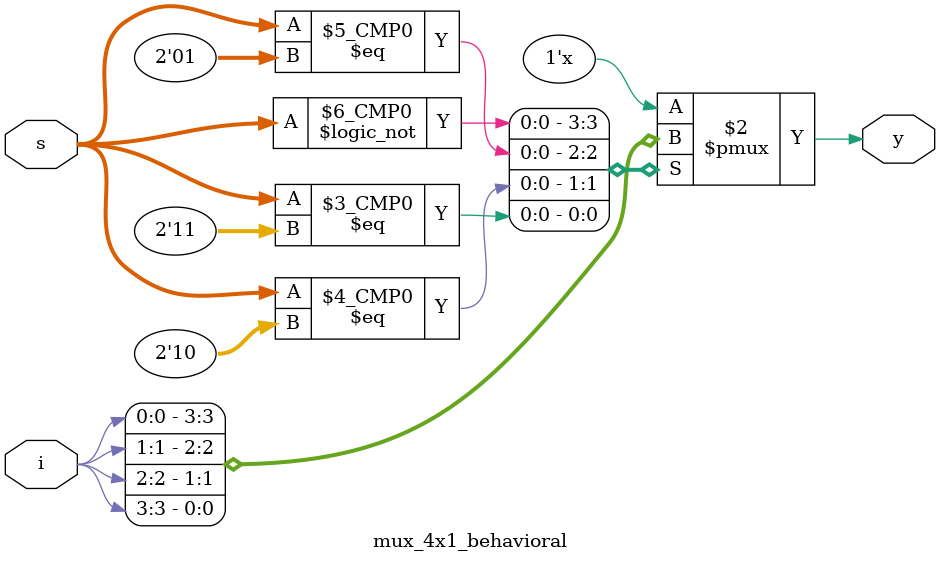
<source format=v>
module mux_4x1_behavioral(y,i,s);

input [3:0]i;
input [1:0]s;
output reg y;

always @(s)
    case(s)
        2'd0: y = i[0];
        2'd1: y = i[1];
        2'd2: y = i[2];
        2'd3: y = i[3];
        default : $display("error");
    endcase 

endmodule
</source>
